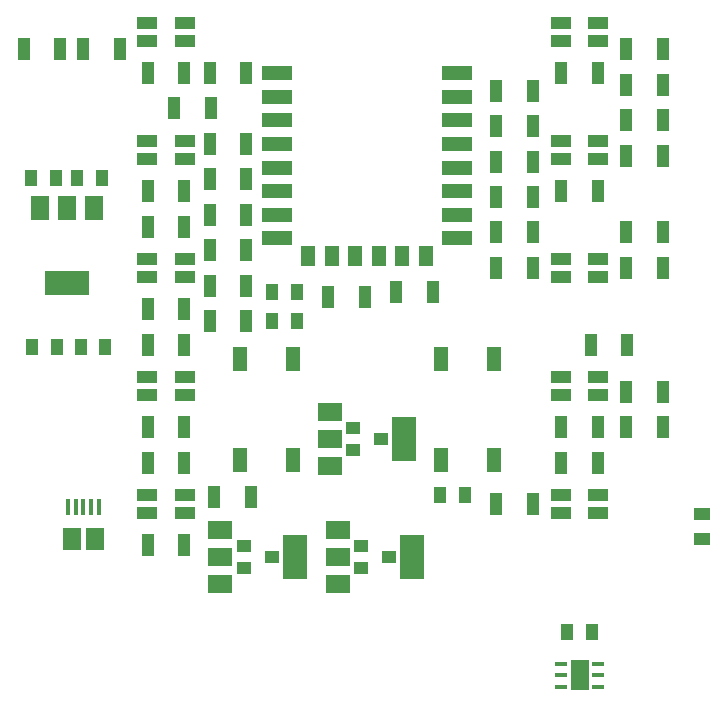
<source format=gbr>
G04 #@! TF.FileFunction,Paste,Top*
%FSLAX46Y46*%
G04 Gerber Fmt 4.6, Leading zero omitted, Abs format (unit mm)*
G04 Created by KiCad (PCBNEW 4.0.7) date 2018 March 10, Saturday 13:23:40*
%MOMM*%
%LPD*%
G01*
G04 APERTURE LIST*
%ADD10C,0.100000*%
%ADD11R,1.100000X1.900000*%
%ADD12R,2.000000X3.800000*%
%ADD13R,2.000000X1.500000*%
%ADD14R,3.800000X2.000000*%
%ADD15R,1.500000X2.000000*%
%ADD16R,1.600000X2.500000*%
%ADD17R,1.050000X0.450000*%
%ADD18R,1.500000X1.900000*%
%ADD19R,0.400000X1.350000*%
%ADD20R,2.500000X1.200000*%
%ADD21R,1.200000X1.800000*%
%ADD22R,1.100000X1.450000*%
%ADD23R,1.450000X1.100000*%
%ADD24R,1.300000X1.000000*%
%ADD25R,1.300000X2.000000*%
%ADD26R,1.700000X1.100000*%
G04 APERTURE END LIST*
D10*
D11*
X115950000Y-75500000D03*
X119050000Y-75500000D03*
X118950000Y-59500000D03*
X122050000Y-59500000D03*
D12*
X100850000Y-93500000D03*
D13*
X94550000Y-93500000D03*
X94550000Y-95800000D03*
X94550000Y-91200000D03*
D12*
X100150000Y-83500000D03*
D13*
X93850000Y-83500000D03*
X93850000Y-85800000D03*
X93850000Y-81200000D03*
D12*
X90900000Y-93500000D03*
D13*
X84600000Y-93500000D03*
X84600000Y-95800000D03*
X84600000Y-91200000D03*
D14*
X71600000Y-70250000D03*
D15*
X71600000Y-63950000D03*
X69300000Y-63950000D03*
X73900000Y-63950000D03*
D16*
X115000000Y-103500000D03*
D17*
X116550000Y-104500000D03*
X116550000Y-103500000D03*
X116550000Y-102500000D03*
X113450000Y-102500000D03*
X113450000Y-103500000D03*
X113450000Y-104500000D03*
D18*
X74000000Y-91950000D03*
D19*
X72350000Y-89250000D03*
X71700000Y-89250000D03*
X74300000Y-89250000D03*
X73650000Y-89250000D03*
X73000000Y-89250000D03*
D18*
X72000000Y-91950000D03*
D20*
X89400000Y-52500000D03*
X89400000Y-54500000D03*
X89400000Y-56500000D03*
X89400000Y-58500000D03*
X89400000Y-60500000D03*
X89400000Y-62500000D03*
X89400000Y-64500000D03*
X89400000Y-66500000D03*
D21*
X92000000Y-68000000D03*
X94000000Y-68000000D03*
X96000000Y-68000000D03*
X98000000Y-68000000D03*
X100000000Y-68000000D03*
X102000000Y-68000000D03*
D20*
X104600000Y-66500000D03*
X104600000Y-64500000D03*
X104600000Y-62500000D03*
X104600000Y-60500000D03*
X104600000Y-58500000D03*
X104600000Y-56500000D03*
X104600000Y-54500000D03*
X104600000Y-52500000D03*
D22*
X74850000Y-75700000D03*
X72750000Y-75700000D03*
X68550000Y-61400000D03*
X70650000Y-61400000D03*
X68650000Y-75700000D03*
X70750000Y-75700000D03*
X72450000Y-61400000D03*
X74550000Y-61400000D03*
X88950000Y-73500000D03*
X91050000Y-73500000D03*
X88950000Y-71000000D03*
X91050000Y-71000000D03*
X105300000Y-88200000D03*
X103200000Y-88200000D03*
X113950000Y-99800000D03*
X116050000Y-99800000D03*
D23*
X125400000Y-91950000D03*
X125400000Y-89850000D03*
D24*
X96500000Y-92550000D03*
X96500000Y-94450000D03*
X98900000Y-93500000D03*
X95800000Y-82550000D03*
X95800000Y-84450000D03*
X98200000Y-83500000D03*
X86550000Y-92550000D03*
X86550000Y-94450000D03*
X88950000Y-93500000D03*
D11*
X80700000Y-55500000D03*
X83800000Y-55500000D03*
X83700000Y-52500000D03*
X86800000Y-52500000D03*
X111050000Y-63000000D03*
X107950000Y-63000000D03*
X107950000Y-66000000D03*
X111050000Y-66000000D03*
X86800000Y-64500000D03*
X83700000Y-64500000D03*
X111050000Y-60000000D03*
X107950000Y-60000000D03*
X86800000Y-58500000D03*
X83700000Y-58500000D03*
X76050000Y-50500000D03*
X72950000Y-50500000D03*
X78450000Y-65500000D03*
X81550000Y-65500000D03*
X81550000Y-52500000D03*
X78450000Y-52500000D03*
X81550000Y-62500000D03*
X78450000Y-62500000D03*
X71050000Y-50500000D03*
X67950000Y-50500000D03*
X83700000Y-61500000D03*
X86800000Y-61500000D03*
X78450000Y-72500000D03*
X81550000Y-72500000D03*
X78450000Y-82500000D03*
X81550000Y-82500000D03*
X83700000Y-70500000D03*
X86800000Y-70500000D03*
X83700000Y-73500000D03*
X86800000Y-73500000D03*
X83700000Y-67500000D03*
X86800000Y-67500000D03*
X78450000Y-75500000D03*
X81550000Y-75500000D03*
X78450000Y-85500000D03*
X81550000Y-85500000D03*
X113450000Y-52500000D03*
X116550000Y-52500000D03*
X78450000Y-92500000D03*
X81550000Y-92500000D03*
X118950000Y-53500000D03*
X122050000Y-53500000D03*
X84050000Y-88400000D03*
X87150000Y-88400000D03*
X118950000Y-50500000D03*
X122050000Y-50500000D03*
X113450000Y-62500000D03*
X116550000Y-62500000D03*
X111050000Y-69000000D03*
X107950000Y-69000000D03*
X118950000Y-69000000D03*
X122050000Y-69000000D03*
X118950000Y-56500000D03*
X122050000Y-56500000D03*
X118950000Y-66000000D03*
X122050000Y-66000000D03*
X111050000Y-89000000D03*
X107950000Y-89000000D03*
X113450000Y-82500000D03*
X116550000Y-82500000D03*
X122050000Y-82500000D03*
X118950000Y-82500000D03*
X118950000Y-79500000D03*
X122050000Y-79500000D03*
X116550000Y-85500000D03*
X113450000Y-85500000D03*
X111050000Y-54000000D03*
X107950000Y-54000000D03*
X93700000Y-71500000D03*
X96800000Y-71500000D03*
X111050000Y-57000000D03*
X107950000Y-57000000D03*
X102550000Y-71000000D03*
X99450000Y-71000000D03*
D25*
X107750000Y-76750000D03*
X103250000Y-76750000D03*
X103250000Y-85250000D03*
X107750000Y-85250000D03*
X90750000Y-76750000D03*
X86250000Y-76750000D03*
X86250000Y-85250000D03*
X90750000Y-85250000D03*
D26*
X78400000Y-79750000D03*
X78400000Y-78250000D03*
X81600000Y-78250000D03*
X81600000Y-79750000D03*
X78400000Y-69750000D03*
X78400000Y-68250000D03*
X81600000Y-68250000D03*
X81600000Y-69750000D03*
X78400000Y-59750000D03*
X78400000Y-58250000D03*
X81600000Y-58250000D03*
X81600000Y-59750000D03*
X78400000Y-49750000D03*
X78400000Y-48250000D03*
X81600000Y-48250000D03*
X81600000Y-49750000D03*
X78400000Y-89750000D03*
X78400000Y-88250000D03*
X81600000Y-88250000D03*
X81600000Y-89750000D03*
X113400000Y-49750000D03*
X113400000Y-48250000D03*
X116600000Y-48250000D03*
X116600000Y-49750000D03*
X113400000Y-59750000D03*
X113400000Y-58250000D03*
X116600000Y-58250000D03*
X116600000Y-59750000D03*
X113400000Y-69750000D03*
X113400000Y-68250000D03*
X116600000Y-68250000D03*
X116600000Y-69750000D03*
X113400000Y-79750000D03*
X113400000Y-78250000D03*
X116600000Y-78250000D03*
X116600000Y-79750000D03*
X113400000Y-89750000D03*
X113400000Y-88250000D03*
X116600000Y-88250000D03*
X116600000Y-89750000D03*
M02*

</source>
